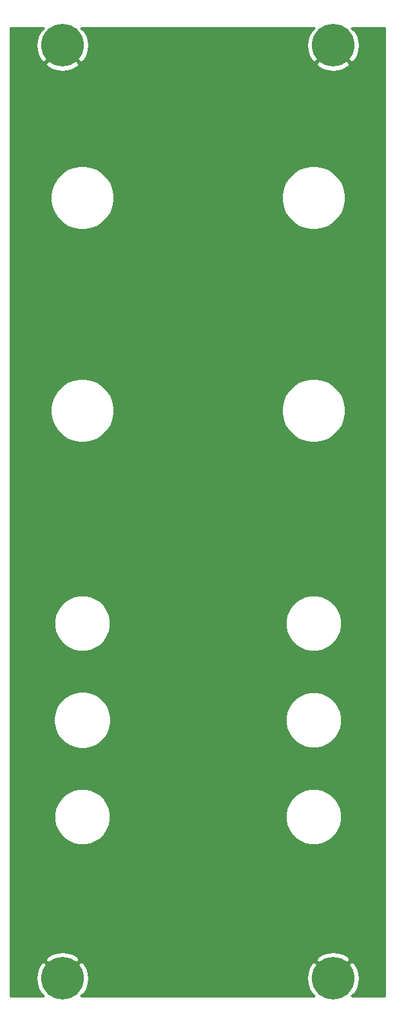
<source format=gbr>
%TF.GenerationSoftware,KiCad,Pcbnew,5.1.6-c6e7f7d~87~ubuntu18.04.1*%
%TF.CreationDate,2020-07-29T18:50:04-04:00*%
%TF.ProjectId,front_panel,66726f6e-745f-4706-916e-656c2e6b6963,rev?*%
%TF.SameCoordinates,Original*%
%TF.FileFunction,Copper,L2,Bot*%
%TF.FilePolarity,Positive*%
%FSLAX46Y46*%
G04 Gerber Fmt 4.6, Leading zero omitted, Abs format (unit mm)*
G04 Created by KiCad (PCBNEW 5.1.6-c6e7f7d~87~ubuntu18.04.1) date 2020-07-29 18:50:04*
%MOMM*%
%LPD*%
G01*
G04 APERTURE LIST*
%TA.AperFunction,ComponentPad*%
%ADD10C,5.600000*%
%TD*%
%TA.AperFunction,Conductor*%
%ADD11C,0.254000*%
%TD*%
G04 APERTURE END LIST*
D10*
%TO.P,H4,1*%
%TO.N,GND*%
X43060000Y-125500000D03*
%TD*%
%TO.P,H3,1*%
%TO.N,GND*%
X43060000Y-3000000D03*
%TD*%
%TO.P,H2,1*%
%TO.N,GND*%
X7500000Y-125500000D03*
%TD*%
%TO.P,H1,1*%
%TO.N,GND*%
X7500000Y-3000000D03*
%TD*%
D11*
%TO.N,GND*%
G36*
X5083517Y-763125D02*
G01*
X4634823Y-1075308D01*
X4314388Y-1671259D01*
X4116374Y-2318273D01*
X4048390Y-2991484D01*
X4113051Y-3665023D01*
X4307870Y-4313006D01*
X4625361Y-4910530D01*
X4634823Y-4924692D01*
X5083519Y-5236876D01*
X7320395Y-3000000D01*
X7306253Y-2985858D01*
X7485858Y-2806253D01*
X7500000Y-2820395D01*
X7514143Y-2806253D01*
X7693748Y-2985858D01*
X7679605Y-3000000D01*
X9916481Y-5236876D01*
X10365177Y-4924692D01*
X10685612Y-4328741D01*
X10883626Y-3681727D01*
X10951610Y-3008516D01*
X10886949Y-2334977D01*
X10692130Y-1686994D01*
X10374639Y-1089470D01*
X10365177Y-1075308D01*
X9916483Y-763125D01*
X10019608Y-660000D01*
X40540392Y-660000D01*
X40643517Y-763125D01*
X40194823Y-1075308D01*
X39874388Y-1671259D01*
X39676374Y-2318273D01*
X39608390Y-2991484D01*
X39673051Y-3665023D01*
X39867870Y-4313006D01*
X40185361Y-4910530D01*
X40194823Y-4924692D01*
X40643519Y-5236876D01*
X42880395Y-3000000D01*
X42866253Y-2985858D01*
X43045858Y-2806253D01*
X43060000Y-2820395D01*
X43074143Y-2806253D01*
X43253748Y-2985858D01*
X43239605Y-3000000D01*
X45476481Y-5236876D01*
X45925177Y-4924692D01*
X46245612Y-4328741D01*
X46443626Y-3681727D01*
X46511610Y-3008516D01*
X46446949Y-2334977D01*
X46252130Y-1686994D01*
X45934639Y-1089470D01*
X45925177Y-1075308D01*
X45476483Y-763125D01*
X45579608Y-660000D01*
X49840000Y-660000D01*
X49840001Y-127840000D01*
X45579608Y-127840000D01*
X45476483Y-127736875D01*
X45925177Y-127424692D01*
X46245612Y-126828741D01*
X46443626Y-126181727D01*
X46511610Y-125508516D01*
X46446949Y-124834977D01*
X46252130Y-124186994D01*
X45934639Y-123589470D01*
X45925177Y-123575308D01*
X45476481Y-123263124D01*
X43239605Y-125500000D01*
X43253748Y-125514143D01*
X43074143Y-125693748D01*
X43060000Y-125679605D01*
X43045858Y-125693748D01*
X42866253Y-125514143D01*
X42880395Y-125500000D01*
X40643519Y-123263124D01*
X40194823Y-123575308D01*
X39874388Y-124171259D01*
X39676374Y-124818273D01*
X39608390Y-125491484D01*
X39673051Y-126165023D01*
X39867870Y-126813006D01*
X40185361Y-127410530D01*
X40194823Y-127424692D01*
X40643517Y-127736875D01*
X40540392Y-127840000D01*
X10019608Y-127840000D01*
X9916483Y-127736875D01*
X10365177Y-127424692D01*
X10685612Y-126828741D01*
X10883626Y-126181727D01*
X10951610Y-125508516D01*
X10886949Y-124834977D01*
X10692130Y-124186994D01*
X10374639Y-123589470D01*
X10365177Y-123575308D01*
X9916481Y-123263124D01*
X7679605Y-125500000D01*
X7693748Y-125514143D01*
X7514143Y-125693748D01*
X7500000Y-125679605D01*
X7485858Y-125693748D01*
X7306253Y-125514143D01*
X7320395Y-125500000D01*
X5083519Y-123263124D01*
X4634823Y-123575308D01*
X4314388Y-124171259D01*
X4116374Y-124818273D01*
X4048390Y-125491484D01*
X4113051Y-126165023D01*
X4307870Y-126813006D01*
X4625361Y-127410530D01*
X4634823Y-127424692D01*
X5083517Y-127736875D01*
X4980392Y-127840000D01*
X660000Y-127840000D01*
X660000Y-123083519D01*
X5263124Y-123083519D01*
X7500000Y-125320395D01*
X9736876Y-123083519D01*
X40823124Y-123083519D01*
X43060000Y-125320395D01*
X45296876Y-123083519D01*
X44984692Y-122634823D01*
X44388741Y-122314388D01*
X43741727Y-122116374D01*
X43068516Y-122048390D01*
X42394977Y-122113051D01*
X41746994Y-122307870D01*
X41149470Y-122625361D01*
X41135308Y-122634823D01*
X40823124Y-123083519D01*
X9736876Y-123083519D01*
X9424692Y-122634823D01*
X8828741Y-122314388D01*
X8181727Y-122116374D01*
X7508516Y-122048390D01*
X6834977Y-122113051D01*
X6186994Y-122307870D01*
X5589470Y-122625361D01*
X5575308Y-122634823D01*
X5263124Y-123083519D01*
X660000Y-123083519D01*
X660000Y-103914396D01*
X6387961Y-103914396D01*
X6387961Y-104645604D01*
X6530613Y-105362762D01*
X6810434Y-106038310D01*
X7216671Y-106646287D01*
X7733713Y-107163329D01*
X8341690Y-107569566D01*
X9017238Y-107849387D01*
X9734396Y-107992039D01*
X10465604Y-107992039D01*
X11182762Y-107849387D01*
X11858310Y-107569566D01*
X12466287Y-107163329D01*
X12983329Y-106646287D01*
X13389566Y-106038310D01*
X13669387Y-105362762D01*
X13812039Y-104645604D01*
X13812039Y-103914396D01*
X36777961Y-103914396D01*
X36777961Y-104645604D01*
X36920613Y-105362762D01*
X37200434Y-106038310D01*
X37606671Y-106646287D01*
X38123713Y-107163329D01*
X38731690Y-107569566D01*
X39407238Y-107849387D01*
X40124396Y-107992039D01*
X40855604Y-107992039D01*
X41572762Y-107849387D01*
X42248310Y-107569566D01*
X42856287Y-107163329D01*
X43373329Y-106646287D01*
X43779566Y-106038310D01*
X44059387Y-105362762D01*
X44202039Y-104645604D01*
X44202039Y-103914396D01*
X44059387Y-103197238D01*
X43779566Y-102521690D01*
X43373329Y-101913713D01*
X42856287Y-101396671D01*
X42248310Y-100990434D01*
X41572762Y-100710613D01*
X40855604Y-100567961D01*
X40124396Y-100567961D01*
X39407238Y-100710613D01*
X38731690Y-100990434D01*
X38123713Y-101396671D01*
X37606671Y-101913713D01*
X37200434Y-102521690D01*
X36920613Y-103197238D01*
X36777961Y-103914396D01*
X13812039Y-103914396D01*
X13669387Y-103197238D01*
X13389566Y-102521690D01*
X12983329Y-101913713D01*
X12466287Y-101396671D01*
X11858310Y-100990434D01*
X11182762Y-100710613D01*
X10465604Y-100567961D01*
X9734396Y-100567961D01*
X9017238Y-100710613D01*
X8341690Y-100990434D01*
X7733713Y-101396671D01*
X7216671Y-101913713D01*
X6810434Y-102521690D01*
X6530613Y-103197238D01*
X6387961Y-103914396D01*
X660000Y-103914396D01*
X660000Y-91209495D01*
X6338202Y-91209495D01*
X6338202Y-91950505D01*
X6482766Y-92677276D01*
X6766338Y-93361880D01*
X7178020Y-93978007D01*
X7701993Y-94501980D01*
X8318120Y-94913662D01*
X9002724Y-95197234D01*
X9729495Y-95341798D01*
X10470505Y-95341798D01*
X11197276Y-95197234D01*
X11881880Y-94913662D01*
X12498007Y-94501980D01*
X13021980Y-93978007D01*
X13433662Y-93361880D01*
X13717234Y-92677276D01*
X13861798Y-91950505D01*
X13861798Y-91214396D01*
X36777961Y-91214396D01*
X36777961Y-91945604D01*
X36920613Y-92662762D01*
X37200434Y-93338310D01*
X37606671Y-93946287D01*
X38123713Y-94463329D01*
X38731690Y-94869566D01*
X39407238Y-95149387D01*
X40124396Y-95292039D01*
X40855604Y-95292039D01*
X41572762Y-95149387D01*
X42248310Y-94869566D01*
X42856287Y-94463329D01*
X43373329Y-93946287D01*
X43779566Y-93338310D01*
X44059387Y-92662762D01*
X44202039Y-91945604D01*
X44202039Y-91214396D01*
X44059387Y-90497238D01*
X43779566Y-89821690D01*
X43373329Y-89213713D01*
X42856287Y-88696671D01*
X42248310Y-88290434D01*
X41572762Y-88010613D01*
X40855604Y-87867961D01*
X40124396Y-87867961D01*
X39407238Y-88010613D01*
X38731690Y-88290434D01*
X38123713Y-88696671D01*
X37606671Y-89213713D01*
X37200434Y-89821690D01*
X36920613Y-90497238D01*
X36777961Y-91214396D01*
X13861798Y-91214396D01*
X13861798Y-91209495D01*
X13717234Y-90482724D01*
X13433662Y-89798120D01*
X13021980Y-89181993D01*
X12498007Y-88658020D01*
X11881880Y-88246338D01*
X11197276Y-87962766D01*
X10470505Y-87818202D01*
X9729495Y-87818202D01*
X9002724Y-87962766D01*
X8318120Y-88246338D01*
X7701993Y-88658020D01*
X7178020Y-89181993D01*
X6766338Y-89798120D01*
X6482766Y-90482724D01*
X6338202Y-91209495D01*
X660000Y-91209495D01*
X660000Y-78514396D01*
X6387961Y-78514396D01*
X6387961Y-79245604D01*
X6530613Y-79962762D01*
X6810434Y-80638310D01*
X7216671Y-81246287D01*
X7733713Y-81763329D01*
X8341690Y-82169566D01*
X9017238Y-82449387D01*
X9734396Y-82592039D01*
X10465604Y-82592039D01*
X11182762Y-82449387D01*
X11858310Y-82169566D01*
X12466287Y-81763329D01*
X12983329Y-81246287D01*
X13389566Y-80638310D01*
X13669387Y-79962762D01*
X13812039Y-79245604D01*
X13812039Y-78514396D01*
X36777961Y-78514396D01*
X36777961Y-79245604D01*
X36920613Y-79962762D01*
X37200434Y-80638310D01*
X37606671Y-81246287D01*
X38123713Y-81763329D01*
X38731690Y-82169566D01*
X39407238Y-82449387D01*
X40124396Y-82592039D01*
X40855604Y-82592039D01*
X41572762Y-82449387D01*
X42248310Y-82169566D01*
X42856287Y-81763329D01*
X43373329Y-81246287D01*
X43779566Y-80638310D01*
X44059387Y-79962762D01*
X44202039Y-79245604D01*
X44202039Y-78514396D01*
X44059387Y-77797238D01*
X43779566Y-77121690D01*
X43373329Y-76513713D01*
X42856287Y-75996671D01*
X42248310Y-75590434D01*
X41572762Y-75310613D01*
X40855604Y-75167961D01*
X40124396Y-75167961D01*
X39407238Y-75310613D01*
X38731690Y-75590434D01*
X38123713Y-75996671D01*
X37606671Y-76513713D01*
X37200434Y-77121690D01*
X36920613Y-77797238D01*
X36777961Y-78514396D01*
X13812039Y-78514396D01*
X13669387Y-77797238D01*
X13389566Y-77121690D01*
X12983329Y-76513713D01*
X12466287Y-75996671D01*
X11858310Y-75590434D01*
X11182762Y-75310613D01*
X10465604Y-75167961D01*
X9734396Y-75167961D01*
X9017238Y-75310613D01*
X8341690Y-75590434D01*
X7733713Y-75996671D01*
X7216671Y-76513713D01*
X6810434Y-77121690D01*
X6530613Y-77797238D01*
X6387961Y-78514396D01*
X660000Y-78514396D01*
X660000Y-50525387D01*
X5890369Y-50525387D01*
X5890369Y-51354613D01*
X6052142Y-52167904D01*
X6369473Y-52934008D01*
X6830166Y-53623484D01*
X7416516Y-54209834D01*
X8105992Y-54670527D01*
X8872096Y-54987858D01*
X9685387Y-55149631D01*
X10514613Y-55149631D01*
X11327904Y-54987858D01*
X12094008Y-54670527D01*
X12783484Y-54209834D01*
X13369834Y-53623484D01*
X13830527Y-52934008D01*
X14147858Y-52167904D01*
X14309631Y-51354613D01*
X14309631Y-50525387D01*
X36280369Y-50525387D01*
X36280369Y-51354613D01*
X36442142Y-52167904D01*
X36759473Y-52934008D01*
X37220166Y-53623484D01*
X37806516Y-54209834D01*
X38495992Y-54670527D01*
X39262096Y-54987858D01*
X40075387Y-55149631D01*
X40904613Y-55149631D01*
X41717904Y-54987858D01*
X42484008Y-54670527D01*
X43173484Y-54209834D01*
X43759834Y-53623484D01*
X44220527Y-52934008D01*
X44537858Y-52167904D01*
X44699631Y-51354613D01*
X44699631Y-50525387D01*
X44537858Y-49712096D01*
X44220527Y-48945992D01*
X43759834Y-48256516D01*
X43173484Y-47670166D01*
X42484008Y-47209473D01*
X41717904Y-46892142D01*
X40904613Y-46730369D01*
X40075387Y-46730369D01*
X39262096Y-46892142D01*
X38495992Y-47209473D01*
X37806516Y-47670166D01*
X37220166Y-48256516D01*
X36759473Y-48945992D01*
X36442142Y-49712096D01*
X36280369Y-50525387D01*
X14309631Y-50525387D01*
X14147858Y-49712096D01*
X13830527Y-48945992D01*
X13369834Y-48256516D01*
X12783484Y-47670166D01*
X12094008Y-47209473D01*
X11327904Y-46892142D01*
X10514613Y-46730369D01*
X9685387Y-46730369D01*
X8872096Y-46892142D01*
X8105992Y-47209473D01*
X7416516Y-47670166D01*
X6830166Y-48256516D01*
X6369473Y-48945992D01*
X6052142Y-49712096D01*
X5890369Y-50525387D01*
X660000Y-50525387D01*
X660000Y-22585387D01*
X5890369Y-22585387D01*
X5890369Y-23414613D01*
X6052142Y-24227904D01*
X6369473Y-24994008D01*
X6830166Y-25683484D01*
X7416516Y-26269834D01*
X8105992Y-26730527D01*
X8872096Y-27047858D01*
X9685387Y-27209631D01*
X10514613Y-27209631D01*
X11327904Y-27047858D01*
X12094008Y-26730527D01*
X12783484Y-26269834D01*
X13369834Y-25683484D01*
X13830527Y-24994008D01*
X14147858Y-24227904D01*
X14309631Y-23414613D01*
X14309631Y-22585387D01*
X36280369Y-22585387D01*
X36280369Y-23414613D01*
X36442142Y-24227904D01*
X36759473Y-24994008D01*
X37220166Y-25683484D01*
X37806516Y-26269834D01*
X38495992Y-26730527D01*
X39262096Y-27047858D01*
X40075387Y-27209631D01*
X40904613Y-27209631D01*
X41717904Y-27047858D01*
X42484008Y-26730527D01*
X43173484Y-26269834D01*
X43759834Y-25683484D01*
X44220527Y-24994008D01*
X44537858Y-24227904D01*
X44699631Y-23414613D01*
X44699631Y-22585387D01*
X44537858Y-21772096D01*
X44220527Y-21005992D01*
X43759834Y-20316516D01*
X43173484Y-19730166D01*
X42484008Y-19269473D01*
X41717904Y-18952142D01*
X40904613Y-18790369D01*
X40075387Y-18790369D01*
X39262096Y-18952142D01*
X38495992Y-19269473D01*
X37806516Y-19730166D01*
X37220166Y-20316516D01*
X36759473Y-21005992D01*
X36442142Y-21772096D01*
X36280369Y-22585387D01*
X14309631Y-22585387D01*
X14147858Y-21772096D01*
X13830527Y-21005992D01*
X13369834Y-20316516D01*
X12783484Y-19730166D01*
X12094008Y-19269473D01*
X11327904Y-18952142D01*
X10514613Y-18790369D01*
X9685387Y-18790369D01*
X8872096Y-18952142D01*
X8105992Y-19269473D01*
X7416516Y-19730166D01*
X6830166Y-20316516D01*
X6369473Y-21005992D01*
X6052142Y-21772096D01*
X5890369Y-22585387D01*
X660000Y-22585387D01*
X660000Y-5416481D01*
X5263124Y-5416481D01*
X5575308Y-5865177D01*
X6171259Y-6185612D01*
X6818273Y-6383626D01*
X7491484Y-6451610D01*
X8165023Y-6386949D01*
X8813006Y-6192130D01*
X9410530Y-5874639D01*
X9424692Y-5865177D01*
X9736876Y-5416481D01*
X40823124Y-5416481D01*
X41135308Y-5865177D01*
X41731259Y-6185612D01*
X42378273Y-6383626D01*
X43051484Y-6451610D01*
X43725023Y-6386949D01*
X44373006Y-6192130D01*
X44970530Y-5874639D01*
X44984692Y-5865177D01*
X45296876Y-5416481D01*
X43060000Y-3179605D01*
X40823124Y-5416481D01*
X9736876Y-5416481D01*
X7500000Y-3179605D01*
X5263124Y-5416481D01*
X660000Y-5416481D01*
X660000Y-660000D01*
X4980392Y-660000D01*
X5083517Y-763125D01*
G37*
X5083517Y-763125D02*
X4634823Y-1075308D01*
X4314388Y-1671259D01*
X4116374Y-2318273D01*
X4048390Y-2991484D01*
X4113051Y-3665023D01*
X4307870Y-4313006D01*
X4625361Y-4910530D01*
X4634823Y-4924692D01*
X5083519Y-5236876D01*
X7320395Y-3000000D01*
X7306253Y-2985858D01*
X7485858Y-2806253D01*
X7500000Y-2820395D01*
X7514143Y-2806253D01*
X7693748Y-2985858D01*
X7679605Y-3000000D01*
X9916481Y-5236876D01*
X10365177Y-4924692D01*
X10685612Y-4328741D01*
X10883626Y-3681727D01*
X10951610Y-3008516D01*
X10886949Y-2334977D01*
X10692130Y-1686994D01*
X10374639Y-1089470D01*
X10365177Y-1075308D01*
X9916483Y-763125D01*
X10019608Y-660000D01*
X40540392Y-660000D01*
X40643517Y-763125D01*
X40194823Y-1075308D01*
X39874388Y-1671259D01*
X39676374Y-2318273D01*
X39608390Y-2991484D01*
X39673051Y-3665023D01*
X39867870Y-4313006D01*
X40185361Y-4910530D01*
X40194823Y-4924692D01*
X40643519Y-5236876D01*
X42880395Y-3000000D01*
X42866253Y-2985858D01*
X43045858Y-2806253D01*
X43060000Y-2820395D01*
X43074143Y-2806253D01*
X43253748Y-2985858D01*
X43239605Y-3000000D01*
X45476481Y-5236876D01*
X45925177Y-4924692D01*
X46245612Y-4328741D01*
X46443626Y-3681727D01*
X46511610Y-3008516D01*
X46446949Y-2334977D01*
X46252130Y-1686994D01*
X45934639Y-1089470D01*
X45925177Y-1075308D01*
X45476483Y-763125D01*
X45579608Y-660000D01*
X49840000Y-660000D01*
X49840001Y-127840000D01*
X45579608Y-127840000D01*
X45476483Y-127736875D01*
X45925177Y-127424692D01*
X46245612Y-126828741D01*
X46443626Y-126181727D01*
X46511610Y-125508516D01*
X46446949Y-124834977D01*
X46252130Y-124186994D01*
X45934639Y-123589470D01*
X45925177Y-123575308D01*
X45476481Y-123263124D01*
X43239605Y-125500000D01*
X43253748Y-125514143D01*
X43074143Y-125693748D01*
X43060000Y-125679605D01*
X43045858Y-125693748D01*
X42866253Y-125514143D01*
X42880395Y-125500000D01*
X40643519Y-123263124D01*
X40194823Y-123575308D01*
X39874388Y-124171259D01*
X39676374Y-124818273D01*
X39608390Y-125491484D01*
X39673051Y-126165023D01*
X39867870Y-126813006D01*
X40185361Y-127410530D01*
X40194823Y-127424692D01*
X40643517Y-127736875D01*
X40540392Y-127840000D01*
X10019608Y-127840000D01*
X9916483Y-127736875D01*
X10365177Y-127424692D01*
X10685612Y-126828741D01*
X10883626Y-126181727D01*
X10951610Y-125508516D01*
X10886949Y-124834977D01*
X10692130Y-124186994D01*
X10374639Y-123589470D01*
X10365177Y-123575308D01*
X9916481Y-123263124D01*
X7679605Y-125500000D01*
X7693748Y-125514143D01*
X7514143Y-125693748D01*
X7500000Y-125679605D01*
X7485858Y-125693748D01*
X7306253Y-125514143D01*
X7320395Y-125500000D01*
X5083519Y-123263124D01*
X4634823Y-123575308D01*
X4314388Y-124171259D01*
X4116374Y-124818273D01*
X4048390Y-125491484D01*
X4113051Y-126165023D01*
X4307870Y-126813006D01*
X4625361Y-127410530D01*
X4634823Y-127424692D01*
X5083517Y-127736875D01*
X4980392Y-127840000D01*
X660000Y-127840000D01*
X660000Y-123083519D01*
X5263124Y-123083519D01*
X7500000Y-125320395D01*
X9736876Y-123083519D01*
X40823124Y-123083519D01*
X43060000Y-125320395D01*
X45296876Y-123083519D01*
X44984692Y-122634823D01*
X44388741Y-122314388D01*
X43741727Y-122116374D01*
X43068516Y-122048390D01*
X42394977Y-122113051D01*
X41746994Y-122307870D01*
X41149470Y-122625361D01*
X41135308Y-122634823D01*
X40823124Y-123083519D01*
X9736876Y-123083519D01*
X9424692Y-122634823D01*
X8828741Y-122314388D01*
X8181727Y-122116374D01*
X7508516Y-122048390D01*
X6834977Y-122113051D01*
X6186994Y-122307870D01*
X5589470Y-122625361D01*
X5575308Y-122634823D01*
X5263124Y-123083519D01*
X660000Y-123083519D01*
X660000Y-103914396D01*
X6387961Y-103914396D01*
X6387961Y-104645604D01*
X6530613Y-105362762D01*
X6810434Y-106038310D01*
X7216671Y-106646287D01*
X7733713Y-107163329D01*
X8341690Y-107569566D01*
X9017238Y-107849387D01*
X9734396Y-107992039D01*
X10465604Y-107992039D01*
X11182762Y-107849387D01*
X11858310Y-107569566D01*
X12466287Y-107163329D01*
X12983329Y-106646287D01*
X13389566Y-106038310D01*
X13669387Y-105362762D01*
X13812039Y-104645604D01*
X13812039Y-103914396D01*
X36777961Y-103914396D01*
X36777961Y-104645604D01*
X36920613Y-105362762D01*
X37200434Y-106038310D01*
X37606671Y-106646287D01*
X38123713Y-107163329D01*
X38731690Y-107569566D01*
X39407238Y-107849387D01*
X40124396Y-107992039D01*
X40855604Y-107992039D01*
X41572762Y-107849387D01*
X42248310Y-107569566D01*
X42856287Y-107163329D01*
X43373329Y-106646287D01*
X43779566Y-106038310D01*
X44059387Y-105362762D01*
X44202039Y-104645604D01*
X44202039Y-103914396D01*
X44059387Y-103197238D01*
X43779566Y-102521690D01*
X43373329Y-101913713D01*
X42856287Y-101396671D01*
X42248310Y-100990434D01*
X41572762Y-100710613D01*
X40855604Y-100567961D01*
X40124396Y-100567961D01*
X39407238Y-100710613D01*
X38731690Y-100990434D01*
X38123713Y-101396671D01*
X37606671Y-101913713D01*
X37200434Y-102521690D01*
X36920613Y-103197238D01*
X36777961Y-103914396D01*
X13812039Y-103914396D01*
X13669387Y-103197238D01*
X13389566Y-102521690D01*
X12983329Y-101913713D01*
X12466287Y-101396671D01*
X11858310Y-100990434D01*
X11182762Y-100710613D01*
X10465604Y-100567961D01*
X9734396Y-100567961D01*
X9017238Y-100710613D01*
X8341690Y-100990434D01*
X7733713Y-101396671D01*
X7216671Y-101913713D01*
X6810434Y-102521690D01*
X6530613Y-103197238D01*
X6387961Y-103914396D01*
X660000Y-103914396D01*
X660000Y-91209495D01*
X6338202Y-91209495D01*
X6338202Y-91950505D01*
X6482766Y-92677276D01*
X6766338Y-93361880D01*
X7178020Y-93978007D01*
X7701993Y-94501980D01*
X8318120Y-94913662D01*
X9002724Y-95197234D01*
X9729495Y-95341798D01*
X10470505Y-95341798D01*
X11197276Y-95197234D01*
X11881880Y-94913662D01*
X12498007Y-94501980D01*
X13021980Y-93978007D01*
X13433662Y-93361880D01*
X13717234Y-92677276D01*
X13861798Y-91950505D01*
X13861798Y-91214396D01*
X36777961Y-91214396D01*
X36777961Y-91945604D01*
X36920613Y-92662762D01*
X37200434Y-93338310D01*
X37606671Y-93946287D01*
X38123713Y-94463329D01*
X38731690Y-94869566D01*
X39407238Y-95149387D01*
X40124396Y-95292039D01*
X40855604Y-95292039D01*
X41572762Y-95149387D01*
X42248310Y-94869566D01*
X42856287Y-94463329D01*
X43373329Y-93946287D01*
X43779566Y-93338310D01*
X44059387Y-92662762D01*
X44202039Y-91945604D01*
X44202039Y-91214396D01*
X44059387Y-90497238D01*
X43779566Y-89821690D01*
X43373329Y-89213713D01*
X42856287Y-88696671D01*
X42248310Y-88290434D01*
X41572762Y-88010613D01*
X40855604Y-87867961D01*
X40124396Y-87867961D01*
X39407238Y-88010613D01*
X38731690Y-88290434D01*
X38123713Y-88696671D01*
X37606671Y-89213713D01*
X37200434Y-89821690D01*
X36920613Y-90497238D01*
X36777961Y-91214396D01*
X13861798Y-91214396D01*
X13861798Y-91209495D01*
X13717234Y-90482724D01*
X13433662Y-89798120D01*
X13021980Y-89181993D01*
X12498007Y-88658020D01*
X11881880Y-88246338D01*
X11197276Y-87962766D01*
X10470505Y-87818202D01*
X9729495Y-87818202D01*
X9002724Y-87962766D01*
X8318120Y-88246338D01*
X7701993Y-88658020D01*
X7178020Y-89181993D01*
X6766338Y-89798120D01*
X6482766Y-90482724D01*
X6338202Y-91209495D01*
X660000Y-91209495D01*
X660000Y-78514396D01*
X6387961Y-78514396D01*
X6387961Y-79245604D01*
X6530613Y-79962762D01*
X6810434Y-80638310D01*
X7216671Y-81246287D01*
X7733713Y-81763329D01*
X8341690Y-82169566D01*
X9017238Y-82449387D01*
X9734396Y-82592039D01*
X10465604Y-82592039D01*
X11182762Y-82449387D01*
X11858310Y-82169566D01*
X12466287Y-81763329D01*
X12983329Y-81246287D01*
X13389566Y-80638310D01*
X13669387Y-79962762D01*
X13812039Y-79245604D01*
X13812039Y-78514396D01*
X36777961Y-78514396D01*
X36777961Y-79245604D01*
X36920613Y-79962762D01*
X37200434Y-80638310D01*
X37606671Y-81246287D01*
X38123713Y-81763329D01*
X38731690Y-82169566D01*
X39407238Y-82449387D01*
X40124396Y-82592039D01*
X40855604Y-82592039D01*
X41572762Y-82449387D01*
X42248310Y-82169566D01*
X42856287Y-81763329D01*
X43373329Y-81246287D01*
X43779566Y-80638310D01*
X44059387Y-79962762D01*
X44202039Y-79245604D01*
X44202039Y-78514396D01*
X44059387Y-77797238D01*
X43779566Y-77121690D01*
X43373329Y-76513713D01*
X42856287Y-75996671D01*
X42248310Y-75590434D01*
X41572762Y-75310613D01*
X40855604Y-75167961D01*
X40124396Y-75167961D01*
X39407238Y-75310613D01*
X38731690Y-75590434D01*
X38123713Y-75996671D01*
X37606671Y-76513713D01*
X37200434Y-77121690D01*
X36920613Y-77797238D01*
X36777961Y-78514396D01*
X13812039Y-78514396D01*
X13669387Y-77797238D01*
X13389566Y-77121690D01*
X12983329Y-76513713D01*
X12466287Y-75996671D01*
X11858310Y-75590434D01*
X11182762Y-75310613D01*
X10465604Y-75167961D01*
X9734396Y-75167961D01*
X9017238Y-75310613D01*
X8341690Y-75590434D01*
X7733713Y-75996671D01*
X7216671Y-76513713D01*
X6810434Y-77121690D01*
X6530613Y-77797238D01*
X6387961Y-78514396D01*
X660000Y-78514396D01*
X660000Y-50525387D01*
X5890369Y-50525387D01*
X5890369Y-51354613D01*
X6052142Y-52167904D01*
X6369473Y-52934008D01*
X6830166Y-53623484D01*
X7416516Y-54209834D01*
X8105992Y-54670527D01*
X8872096Y-54987858D01*
X9685387Y-55149631D01*
X10514613Y-55149631D01*
X11327904Y-54987858D01*
X12094008Y-54670527D01*
X12783484Y-54209834D01*
X13369834Y-53623484D01*
X13830527Y-52934008D01*
X14147858Y-52167904D01*
X14309631Y-51354613D01*
X14309631Y-50525387D01*
X36280369Y-50525387D01*
X36280369Y-51354613D01*
X36442142Y-52167904D01*
X36759473Y-52934008D01*
X37220166Y-53623484D01*
X37806516Y-54209834D01*
X38495992Y-54670527D01*
X39262096Y-54987858D01*
X40075387Y-55149631D01*
X40904613Y-55149631D01*
X41717904Y-54987858D01*
X42484008Y-54670527D01*
X43173484Y-54209834D01*
X43759834Y-53623484D01*
X44220527Y-52934008D01*
X44537858Y-52167904D01*
X44699631Y-51354613D01*
X44699631Y-50525387D01*
X44537858Y-49712096D01*
X44220527Y-48945992D01*
X43759834Y-48256516D01*
X43173484Y-47670166D01*
X42484008Y-47209473D01*
X41717904Y-46892142D01*
X40904613Y-46730369D01*
X40075387Y-46730369D01*
X39262096Y-46892142D01*
X38495992Y-47209473D01*
X37806516Y-47670166D01*
X37220166Y-48256516D01*
X36759473Y-48945992D01*
X36442142Y-49712096D01*
X36280369Y-50525387D01*
X14309631Y-50525387D01*
X14147858Y-49712096D01*
X13830527Y-48945992D01*
X13369834Y-48256516D01*
X12783484Y-47670166D01*
X12094008Y-47209473D01*
X11327904Y-46892142D01*
X10514613Y-46730369D01*
X9685387Y-46730369D01*
X8872096Y-46892142D01*
X8105992Y-47209473D01*
X7416516Y-47670166D01*
X6830166Y-48256516D01*
X6369473Y-48945992D01*
X6052142Y-49712096D01*
X5890369Y-50525387D01*
X660000Y-50525387D01*
X660000Y-22585387D01*
X5890369Y-22585387D01*
X5890369Y-23414613D01*
X6052142Y-24227904D01*
X6369473Y-24994008D01*
X6830166Y-25683484D01*
X7416516Y-26269834D01*
X8105992Y-26730527D01*
X8872096Y-27047858D01*
X9685387Y-27209631D01*
X10514613Y-27209631D01*
X11327904Y-27047858D01*
X12094008Y-26730527D01*
X12783484Y-26269834D01*
X13369834Y-25683484D01*
X13830527Y-24994008D01*
X14147858Y-24227904D01*
X14309631Y-23414613D01*
X14309631Y-22585387D01*
X36280369Y-22585387D01*
X36280369Y-23414613D01*
X36442142Y-24227904D01*
X36759473Y-24994008D01*
X37220166Y-25683484D01*
X37806516Y-26269834D01*
X38495992Y-26730527D01*
X39262096Y-27047858D01*
X40075387Y-27209631D01*
X40904613Y-27209631D01*
X41717904Y-27047858D01*
X42484008Y-26730527D01*
X43173484Y-26269834D01*
X43759834Y-25683484D01*
X44220527Y-24994008D01*
X44537858Y-24227904D01*
X44699631Y-23414613D01*
X44699631Y-22585387D01*
X44537858Y-21772096D01*
X44220527Y-21005992D01*
X43759834Y-20316516D01*
X43173484Y-19730166D01*
X42484008Y-19269473D01*
X41717904Y-18952142D01*
X40904613Y-18790369D01*
X40075387Y-18790369D01*
X39262096Y-18952142D01*
X38495992Y-19269473D01*
X37806516Y-19730166D01*
X37220166Y-20316516D01*
X36759473Y-21005992D01*
X36442142Y-21772096D01*
X36280369Y-22585387D01*
X14309631Y-22585387D01*
X14147858Y-21772096D01*
X13830527Y-21005992D01*
X13369834Y-20316516D01*
X12783484Y-19730166D01*
X12094008Y-19269473D01*
X11327904Y-18952142D01*
X10514613Y-18790369D01*
X9685387Y-18790369D01*
X8872096Y-18952142D01*
X8105992Y-19269473D01*
X7416516Y-19730166D01*
X6830166Y-20316516D01*
X6369473Y-21005992D01*
X6052142Y-21772096D01*
X5890369Y-22585387D01*
X660000Y-22585387D01*
X660000Y-5416481D01*
X5263124Y-5416481D01*
X5575308Y-5865177D01*
X6171259Y-6185612D01*
X6818273Y-6383626D01*
X7491484Y-6451610D01*
X8165023Y-6386949D01*
X8813006Y-6192130D01*
X9410530Y-5874639D01*
X9424692Y-5865177D01*
X9736876Y-5416481D01*
X40823124Y-5416481D01*
X41135308Y-5865177D01*
X41731259Y-6185612D01*
X42378273Y-6383626D01*
X43051484Y-6451610D01*
X43725023Y-6386949D01*
X44373006Y-6192130D01*
X44970530Y-5874639D01*
X44984692Y-5865177D01*
X45296876Y-5416481D01*
X43060000Y-3179605D01*
X40823124Y-5416481D01*
X9736876Y-5416481D01*
X7500000Y-3179605D01*
X5263124Y-5416481D01*
X660000Y-5416481D01*
X660000Y-660000D01*
X4980392Y-660000D01*
X5083517Y-763125D01*
%TD*%
M02*

</source>
